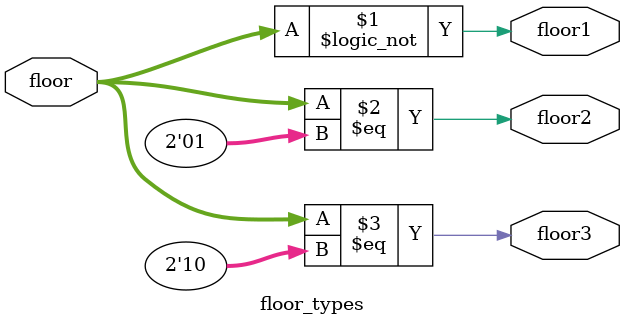
<source format=v>
module floor_types #(parameter labelF1 = 2'b00, labelF2 = 2'b01, labelF3 = 2'b10) (floor, floor1, floor2, floor3);
	input [1:0] floor;
	output floor1, floor2, floor3;

	assign floor1 = floor == labelF1;
	assign floor2 = floor == labelF2;
	assign floor3 = floor == labelF3;
endmodule
</source>
